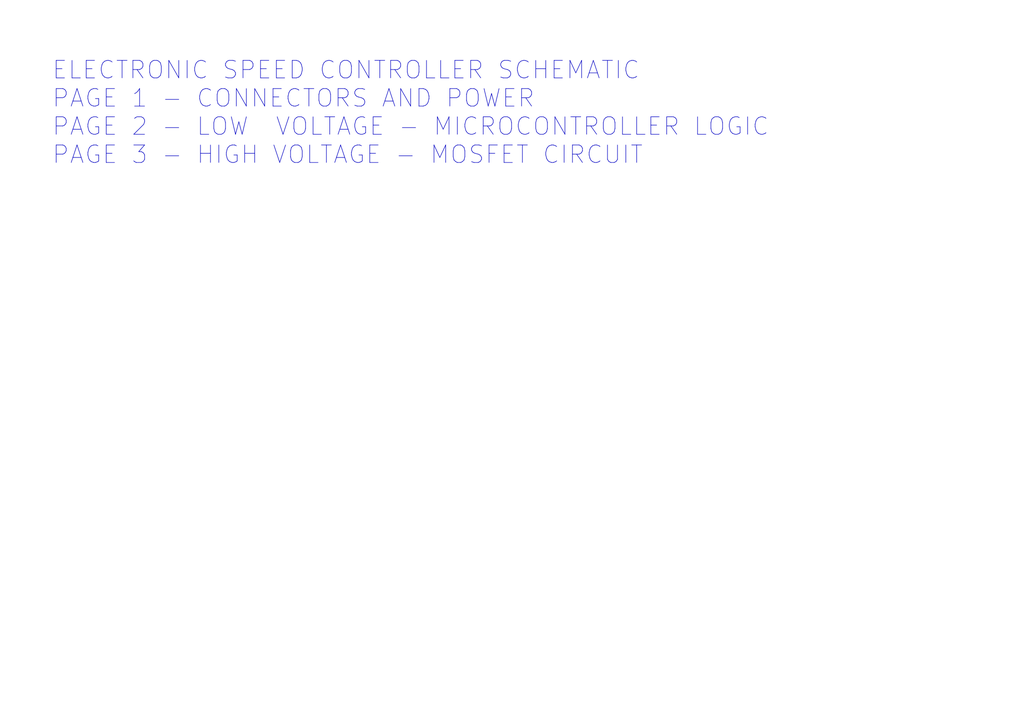
<source format=kicad_sch>
(kicad_sch
	(version 20231120)
	(generator "eeschema")
	(generator_version "8.0")
	(uuid "5e78a042-f21c-485f-9078-8bbae1bbdc1b")
	(paper "A4")
	(lib_symbols)
	(text "ELECTRONIC SPEED CONTROLLER SCHEMATIC\nPAGE 1 - CONNECTORS AND POWER\nPAGE 2 - LOW  VOLTAGE - MICROCONTROLLER LOGIC\nPAGE 3 - HIGH VOLTAGE - MOSFET CIRCUIT"
		(exclude_from_sim no)
		(at 14.986 32.766 0)
		(effects
			(font
				(size 5.08 5.08)
			)
			(justify left)
		)
		(uuid "0069c8a0-9582-4f7e-bdf4-fc993a07ba9e")
	)
	(sheet
		(at -393.7 152.4)
		(size 12.7 3.81)
		(fields_autoplaced yes)
		(stroke
			(width 0)
			(type solid)
		)
		(fill
			(color 0 0 0 0.0000)
		)
		(uuid "72aa585c-a458-4220-9637-1fe072122e9c")
		(property "Sheetname" "Connectors"
			(at -393.7 151.6884 0)
			(effects
				(font
					(size 1.27 1.27)
				)
				(justify left bottom)
				(hide yes)
			)
		)
		(property "Sheetfile" "connectors.kicad_sch"
			(at -393.7 156.7946 0)
			(effects
				(font
					(size 1.27 1.27)
				)
				(justify left top)
				(hide yes)
			)
		)
		(instances
			(project "esc"
				(path "/5e78a042-f21c-485f-9078-8bbae1bbdc1b"
					(page "2")
				)
			)
		)
	)
	(sheet
		(at -393.7 163.83)
		(size 12.7 3.81)
		(fields_autoplaced yes)
		(stroke
			(width 0.1524)
			(type solid)
		)
		(fill
			(color 0 0 0 0.0000)
		)
		(uuid "803d909a-09e2-4af7-89a2-13fdb9464b38")
		(property "Sheetname" "High Voltage"
			(at -393.7 163.1184 0)
			(effects
				(font
					(size 1.27 1.27)
				)
				(justify left bottom)
				(hide yes)
			)
		)
		(property "Sheetfile" "high_voltage_sch.kicad_sch"
			(at -393.7 168.2246 0)
			(effects
				(font
					(size 1.27 1.27)
				)
				(justify left top)
				(hide yes)
			)
		)
		(instances
			(project "esc"
				(path "/5e78a042-f21c-485f-9078-8bbae1bbdc1b"
					(page "4")
				)
			)
		)
	)
	(sheet
		(at -393.065 158.75)
		(size 12.065 3.81)
		(fields_autoplaced yes)
		(stroke
			(width 0.1524)
			(type solid)
		)
		(fill
			(color 0 0 0 0.0000)
		)
		(uuid "9f25a095-da1c-4b42-a0b8-dca0a87bd952")
		(property "Sheetname" "Low Voltage"
			(at -393.065 158.0384 0)
			(effects
				(font
					(size 1.27 1.27)
				)
				(justify left bottom)
				(hide yes)
			)
		)
		(property "Sheetfile" "low_voltage_sch.kicad_sch"
			(at -393.065 163.1446 0)
			(effects
				(font
					(size 1.27 1.27)
				)
				(justify left top)
				(hide yes)
			)
		)
		(instances
			(project "esc"
				(path "/5e78a042-f21c-485f-9078-8bbae1bbdc1b"
					(page "3")
				)
			)
		)
	)
	(sheet_instances
		(path "/"
			(page "1")
		)
	)
)
</source>
